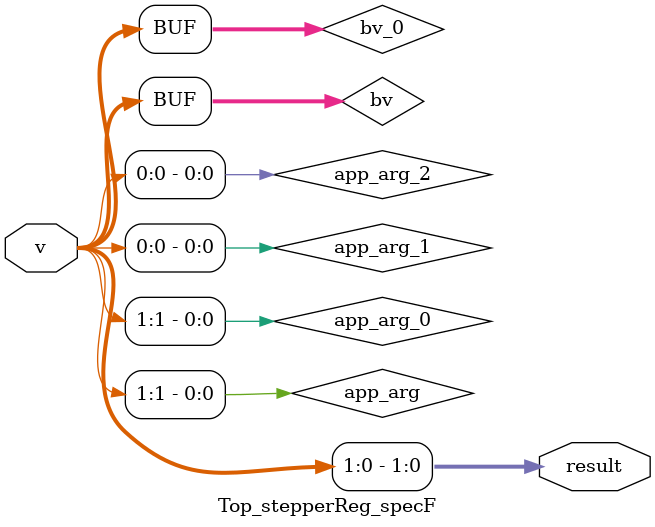
<source format=v>
module Top_stepperReg_specF(v
                           ,result);
  input [7:0] v;
  output [1:0] result;
  wire [0:0] app_arg;
  wire [0:0] app_arg_0;
  wire [0:0] app_arg_1;
  wire [0:0] app_arg_2;
  // indexBit begin
  wire [7:0] bv;
  assign bv = v;
  
  assign app_arg = bv[(64'sd1)];
  // indexBit end
  
  assign app_arg_0 = app_arg == (1'b1);
  
  // indexBit begin
  wire [7:0] bv_0;
  assign bv_0 = v;
  
  assign app_arg_1 = bv_0[(64'sd0)];
  // indexBit end
  
  assign app_arg_2 = app_arg_1 == (1'b1);
  
  assign result = {app_arg_0
                  ,app_arg_2};
endmodule

</source>
